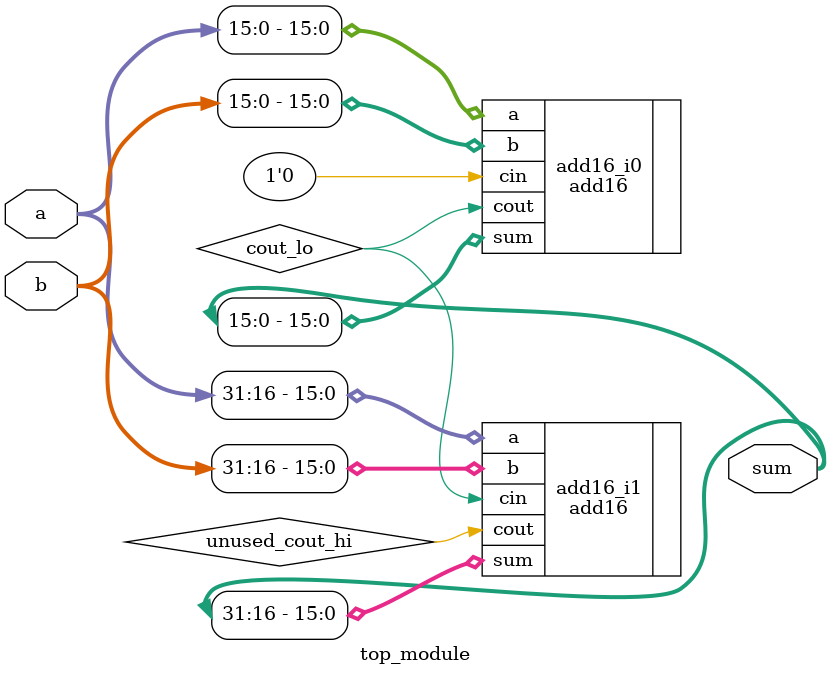
<source format=v>

`default_nettype none

module top_module (
    input   [31:0]  a,
    input   [31:0]  b,
    output  [31:0]  sum
);

    wire cout_lo;
    add16 add16_i0 (
        .a      ( a[15:0]   ),
        .b      ( b[15:0]   ),
        .cin    ( 1'b0      ),
        .sum    ( sum[15:0] ),
        .cout   ( cout_lo   )
    );

    wire unused_cout_hi;
    add16 add16_i1 (
        .a      ( a[31:16]          ),
        .b      ( b[31:16]          ),
        .cin    ( cout_lo           ),
        .sum    ( sum[31:16]        ),
        .cout   ( unused_cout_hi    )
    );

endmodule
</source>
